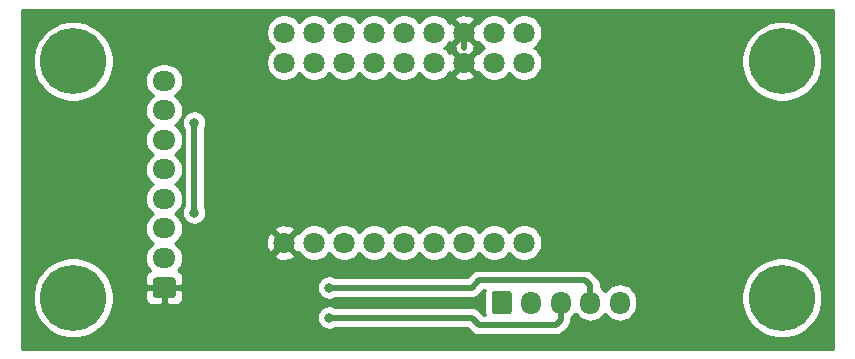
<source format=gbr>
G04 #@! TF.GenerationSoftware,KiCad,Pcbnew,5.1.5-52549c5~84~ubuntu18.04.1*
G04 #@! TF.CreationDate,2020-03-18T13:49:36+01:00*
G04 #@! TF.ProjectId,programmer,70726f67-7261-46d6-9d65-722e6b696361,rev?*
G04 #@! TF.SameCoordinates,Original*
G04 #@! TF.FileFunction,Copper,L2,Bot*
G04 #@! TF.FilePolarity,Positive*
%FSLAX46Y46*%
G04 Gerber Fmt 4.6, Leading zero omitted, Abs format (unit mm)*
G04 Created by KiCad (PCBNEW 5.1.5-52549c5~84~ubuntu18.04.1) date 2020-03-18 13:49:36*
%MOMM*%
%LPD*%
G04 APERTURE LIST*
%ADD10C,1.800000*%
%ADD11C,5.600000*%
%ADD12O,1.700000X1.950000*%
%ADD13C,0.100000*%
%ADD14O,1.950000X1.700000*%
%ADD15C,0.800000*%
%ADD16C,0.500000*%
%ADD17C,0.254000*%
G04 APERTURE END LIST*
D10*
X123190000Y-85090000D03*
X120650000Y-85090000D03*
X118110000Y-85090000D03*
X115570000Y-85090000D03*
X113030000Y-85090000D03*
X110490000Y-85090000D03*
X107950000Y-85090000D03*
X105410000Y-85090000D03*
X102870000Y-85090000D03*
X102870000Y-100330000D03*
X105410000Y-100330000D03*
X107950000Y-100330000D03*
X110490000Y-100330000D03*
X113030000Y-100330000D03*
X115570000Y-100330000D03*
X118110000Y-100330000D03*
X120650000Y-100330000D03*
X123190000Y-100330000D03*
X102870000Y-82550000D03*
X105410000Y-82550000D03*
X107950000Y-82550000D03*
X110490000Y-82550000D03*
X113030000Y-82550000D03*
X115570000Y-82550000D03*
X118110000Y-82550000D03*
X120650000Y-82550000D03*
X123190000Y-82550000D03*
D11*
X145000000Y-105000000D03*
X85000000Y-85000000D03*
X145000000Y-85000000D03*
X85000000Y-105000000D03*
D12*
X131285000Y-105410000D03*
X128785000Y-105410000D03*
X126285000Y-105410000D03*
X123785000Y-105410000D03*
G04 #@! TA.AperFunction,ComponentPad*
D13*
G36*
X121909504Y-104436204D02*
G01*
X121933773Y-104439804D01*
X121957571Y-104445765D01*
X121980671Y-104454030D01*
X122002849Y-104464520D01*
X122023893Y-104477133D01*
X122043598Y-104491747D01*
X122061777Y-104508223D01*
X122078253Y-104526402D01*
X122092867Y-104546107D01*
X122105480Y-104567151D01*
X122115970Y-104589329D01*
X122124235Y-104612429D01*
X122130196Y-104636227D01*
X122133796Y-104660496D01*
X122135000Y-104685000D01*
X122135000Y-106135000D01*
X122133796Y-106159504D01*
X122130196Y-106183773D01*
X122124235Y-106207571D01*
X122115970Y-106230671D01*
X122105480Y-106252849D01*
X122092867Y-106273893D01*
X122078253Y-106293598D01*
X122061777Y-106311777D01*
X122043598Y-106328253D01*
X122023893Y-106342867D01*
X122002849Y-106355480D01*
X121980671Y-106365970D01*
X121957571Y-106374235D01*
X121933773Y-106380196D01*
X121909504Y-106383796D01*
X121885000Y-106385000D01*
X120685000Y-106385000D01*
X120660496Y-106383796D01*
X120636227Y-106380196D01*
X120612429Y-106374235D01*
X120589329Y-106365970D01*
X120567151Y-106355480D01*
X120546107Y-106342867D01*
X120526402Y-106328253D01*
X120508223Y-106311777D01*
X120491747Y-106293598D01*
X120477133Y-106273893D01*
X120464520Y-106252849D01*
X120454030Y-106230671D01*
X120445765Y-106207571D01*
X120439804Y-106183773D01*
X120436204Y-106159504D01*
X120435000Y-106135000D01*
X120435000Y-104685000D01*
X120436204Y-104660496D01*
X120439804Y-104636227D01*
X120445765Y-104612429D01*
X120454030Y-104589329D01*
X120464520Y-104567151D01*
X120477133Y-104546107D01*
X120491747Y-104526402D01*
X120508223Y-104508223D01*
X120526402Y-104491747D01*
X120546107Y-104477133D01*
X120567151Y-104464520D01*
X120589329Y-104454030D01*
X120612429Y-104445765D01*
X120636227Y-104439804D01*
X120660496Y-104436204D01*
X120685000Y-104435000D01*
X121885000Y-104435000D01*
X121909504Y-104436204D01*
G37*
G04 #@! TD.AperFunction*
G04 #@! TA.AperFunction,ComponentPad*
G36*
X93459504Y-103291204D02*
G01*
X93483773Y-103294804D01*
X93507571Y-103300765D01*
X93530671Y-103309030D01*
X93552849Y-103319520D01*
X93573893Y-103332133D01*
X93593598Y-103346747D01*
X93611777Y-103363223D01*
X93628253Y-103381402D01*
X93642867Y-103401107D01*
X93655480Y-103422151D01*
X93665970Y-103444329D01*
X93674235Y-103467429D01*
X93680196Y-103491227D01*
X93683796Y-103515496D01*
X93685000Y-103540000D01*
X93685000Y-104740000D01*
X93683796Y-104764504D01*
X93680196Y-104788773D01*
X93674235Y-104812571D01*
X93665970Y-104835671D01*
X93655480Y-104857849D01*
X93642867Y-104878893D01*
X93628253Y-104898598D01*
X93611777Y-104916777D01*
X93593598Y-104933253D01*
X93573893Y-104947867D01*
X93552849Y-104960480D01*
X93530671Y-104970970D01*
X93507571Y-104979235D01*
X93483773Y-104985196D01*
X93459504Y-104988796D01*
X93435000Y-104990000D01*
X91985000Y-104990000D01*
X91960496Y-104988796D01*
X91936227Y-104985196D01*
X91912429Y-104979235D01*
X91889329Y-104970970D01*
X91867151Y-104960480D01*
X91846107Y-104947867D01*
X91826402Y-104933253D01*
X91808223Y-104916777D01*
X91791747Y-104898598D01*
X91777133Y-104878893D01*
X91764520Y-104857849D01*
X91754030Y-104835671D01*
X91745765Y-104812571D01*
X91739804Y-104788773D01*
X91736204Y-104764504D01*
X91735000Y-104740000D01*
X91735000Y-103540000D01*
X91736204Y-103515496D01*
X91739804Y-103491227D01*
X91745765Y-103467429D01*
X91754030Y-103444329D01*
X91764520Y-103422151D01*
X91777133Y-103401107D01*
X91791747Y-103381402D01*
X91808223Y-103363223D01*
X91826402Y-103346747D01*
X91846107Y-103332133D01*
X91867151Y-103319520D01*
X91889329Y-103309030D01*
X91912429Y-103300765D01*
X91936227Y-103294804D01*
X91960496Y-103291204D01*
X91985000Y-103290000D01*
X93435000Y-103290000D01*
X93459504Y-103291204D01*
G37*
G04 #@! TD.AperFunction*
D14*
X92710000Y-101640000D03*
X92710000Y-99140000D03*
X92710000Y-96640000D03*
X92710000Y-94140000D03*
X92710000Y-91640000D03*
X92710000Y-89140000D03*
X92710000Y-86640000D03*
D15*
X95250000Y-97790000D03*
X95250000Y-90170000D03*
X106680000Y-104140000D03*
X106680000Y-106680000D03*
D16*
X99060000Y-104140000D02*
X102870000Y-100330000D01*
X92710000Y-104140000D02*
X99060000Y-104140000D01*
X118110000Y-82550000D02*
X118110000Y-83820000D01*
X118110000Y-82550000D02*
X118110000Y-83822792D01*
X102872792Y-100327208D02*
X102870000Y-100330000D01*
X95250000Y-97790000D02*
X95250000Y-90170000D01*
X106680000Y-104140000D02*
X118745000Y-104140000D01*
X118745000Y-104140000D02*
X119380000Y-103505000D01*
X128785000Y-103935000D02*
X128785000Y-105410000D01*
X128355000Y-103505000D02*
X128785000Y-103935000D01*
X119380000Y-103505000D02*
X128355000Y-103505000D01*
X106680000Y-106680000D02*
X118745000Y-106680000D01*
X118745000Y-106680000D02*
X119380000Y-107315000D01*
X126285000Y-106885000D02*
X126285000Y-105410000D01*
X125855000Y-107315000D02*
X126285000Y-106885000D01*
X119380000Y-107315000D02*
X125855000Y-107315000D01*
D17*
G36*
X149340001Y-109340000D02*
G01*
X80660000Y-109340000D01*
X80660000Y-104661682D01*
X81565000Y-104661682D01*
X81565000Y-105338318D01*
X81697006Y-106001952D01*
X81955943Y-106627082D01*
X82331862Y-107189685D01*
X82810315Y-107668138D01*
X83372918Y-108044057D01*
X83998048Y-108302994D01*
X84661682Y-108435000D01*
X85338318Y-108435000D01*
X86001952Y-108302994D01*
X86627082Y-108044057D01*
X87189685Y-107668138D01*
X87668138Y-107189685D01*
X88044057Y-106627082D01*
X88302994Y-106001952D01*
X88435000Y-105338318D01*
X88435000Y-104990000D01*
X91096928Y-104990000D01*
X91109188Y-105114482D01*
X91145498Y-105234180D01*
X91204463Y-105344494D01*
X91283815Y-105441185D01*
X91380506Y-105520537D01*
X91490820Y-105579502D01*
X91610518Y-105615812D01*
X91735000Y-105628072D01*
X92424250Y-105625000D01*
X92583000Y-105466250D01*
X92583000Y-104267000D01*
X92837000Y-104267000D01*
X92837000Y-105466250D01*
X92995750Y-105625000D01*
X93685000Y-105628072D01*
X93809482Y-105615812D01*
X93929180Y-105579502D01*
X94039494Y-105520537D01*
X94136185Y-105441185D01*
X94215537Y-105344494D01*
X94274502Y-105234180D01*
X94310812Y-105114482D01*
X94323072Y-104990000D01*
X94320000Y-104425750D01*
X94161250Y-104267000D01*
X92837000Y-104267000D01*
X92583000Y-104267000D01*
X91258750Y-104267000D01*
X91100000Y-104425750D01*
X91096928Y-104990000D01*
X88435000Y-104990000D01*
X88435000Y-104661682D01*
X88310954Y-104038061D01*
X105645000Y-104038061D01*
X105645000Y-104241939D01*
X105684774Y-104441898D01*
X105762795Y-104630256D01*
X105876063Y-104799774D01*
X106020226Y-104943937D01*
X106189744Y-105057205D01*
X106378102Y-105135226D01*
X106578061Y-105175000D01*
X106781939Y-105175000D01*
X106981898Y-105135226D01*
X107170256Y-105057205D01*
X107218454Y-105025000D01*
X118701531Y-105025000D01*
X118745000Y-105029281D01*
X118788469Y-105025000D01*
X118788477Y-105025000D01*
X118918490Y-105012195D01*
X119085313Y-104961589D01*
X119239059Y-104879411D01*
X119373817Y-104768817D01*
X119401534Y-104735044D01*
X119746579Y-104390000D01*
X119850923Y-104390000D01*
X119813992Y-104511746D01*
X119796928Y-104685000D01*
X119796928Y-106135000D01*
X119813992Y-106308254D01*
X119850923Y-106430000D01*
X119746579Y-106430000D01*
X119401534Y-106084956D01*
X119373817Y-106051183D01*
X119239059Y-105940589D01*
X119085313Y-105858411D01*
X118918490Y-105807805D01*
X118788477Y-105795000D01*
X118788469Y-105795000D01*
X118745000Y-105790719D01*
X118701531Y-105795000D01*
X107218454Y-105795000D01*
X107170256Y-105762795D01*
X106981898Y-105684774D01*
X106781939Y-105645000D01*
X106578061Y-105645000D01*
X106378102Y-105684774D01*
X106189744Y-105762795D01*
X106020226Y-105876063D01*
X105876063Y-106020226D01*
X105762795Y-106189744D01*
X105684774Y-106378102D01*
X105645000Y-106578061D01*
X105645000Y-106781939D01*
X105684774Y-106981898D01*
X105762795Y-107170256D01*
X105876063Y-107339774D01*
X106020226Y-107483937D01*
X106189744Y-107597205D01*
X106378102Y-107675226D01*
X106578061Y-107715000D01*
X106781939Y-107715000D01*
X106981898Y-107675226D01*
X107170256Y-107597205D01*
X107218454Y-107565000D01*
X118378422Y-107565000D01*
X118723470Y-107910049D01*
X118751183Y-107943817D01*
X118784951Y-107971530D01*
X118784953Y-107971532D01*
X118885941Y-108054411D01*
X119039686Y-108136589D01*
X119206510Y-108187195D01*
X119336523Y-108200000D01*
X119336531Y-108200000D01*
X119380000Y-108204281D01*
X119423469Y-108200000D01*
X125811531Y-108200000D01*
X125855000Y-108204281D01*
X125898469Y-108200000D01*
X125898477Y-108200000D01*
X126028490Y-108187195D01*
X126195313Y-108136589D01*
X126349059Y-108054411D01*
X126483817Y-107943817D01*
X126511534Y-107910044D01*
X126880045Y-107541533D01*
X126913817Y-107513817D01*
X127024411Y-107379059D01*
X127106589Y-107225313D01*
X127157195Y-107058490D01*
X127170000Y-106928477D01*
X127170000Y-106928469D01*
X127174281Y-106885000D01*
X127170000Y-106841531D01*
X127170000Y-106729759D01*
X127340134Y-106590134D01*
X127525706Y-106364014D01*
X127535000Y-106346626D01*
X127544294Y-106364014D01*
X127729866Y-106590134D01*
X127955987Y-106775706D01*
X128213967Y-106913599D01*
X128493890Y-106998513D01*
X128785000Y-107027185D01*
X129076111Y-106998513D01*
X129356034Y-106913599D01*
X129614014Y-106775706D01*
X129840134Y-106590134D01*
X130025706Y-106364014D01*
X130035000Y-106346626D01*
X130044294Y-106364014D01*
X130229866Y-106590134D01*
X130455987Y-106775706D01*
X130713967Y-106913599D01*
X130993890Y-106998513D01*
X131285000Y-107027185D01*
X131576111Y-106998513D01*
X131856034Y-106913599D01*
X132114014Y-106775706D01*
X132340134Y-106590134D01*
X132525706Y-106364014D01*
X132663599Y-106106033D01*
X132748513Y-105826110D01*
X132770000Y-105607949D01*
X132770000Y-105212050D01*
X132748513Y-104993889D01*
X132663599Y-104713966D01*
X132635653Y-104661682D01*
X141565000Y-104661682D01*
X141565000Y-105338318D01*
X141697006Y-106001952D01*
X141955943Y-106627082D01*
X142331862Y-107189685D01*
X142810315Y-107668138D01*
X143372918Y-108044057D01*
X143998048Y-108302994D01*
X144661682Y-108435000D01*
X145338318Y-108435000D01*
X146001952Y-108302994D01*
X146627082Y-108044057D01*
X147189685Y-107668138D01*
X147668138Y-107189685D01*
X148044057Y-106627082D01*
X148302994Y-106001952D01*
X148435000Y-105338318D01*
X148435000Y-104661682D01*
X148302994Y-103998048D01*
X148044057Y-103372918D01*
X147668138Y-102810315D01*
X147189685Y-102331862D01*
X146627082Y-101955943D01*
X146001952Y-101697006D01*
X145338318Y-101565000D01*
X144661682Y-101565000D01*
X143998048Y-101697006D01*
X143372918Y-101955943D01*
X142810315Y-102331862D01*
X142331862Y-102810315D01*
X141955943Y-103372918D01*
X141697006Y-103998048D01*
X141565000Y-104661682D01*
X132635653Y-104661682D01*
X132525706Y-104455986D01*
X132340134Y-104229866D01*
X132114013Y-104044294D01*
X131856033Y-103906401D01*
X131576110Y-103821487D01*
X131285000Y-103792815D01*
X130993889Y-103821487D01*
X130713966Y-103906401D01*
X130455986Y-104044294D01*
X130229866Y-104229866D01*
X130044294Y-104455987D01*
X130035000Y-104473374D01*
X130025706Y-104455986D01*
X129840134Y-104229866D01*
X129670000Y-104090241D01*
X129670000Y-103978469D01*
X129674281Y-103935000D01*
X129670000Y-103891531D01*
X129670000Y-103891523D01*
X129657195Y-103761510D01*
X129606589Y-103594687D01*
X129524411Y-103440941D01*
X129413817Y-103306183D01*
X129380045Y-103278467D01*
X129011534Y-102909956D01*
X128983817Y-102876183D01*
X128849059Y-102765589D01*
X128695313Y-102683411D01*
X128528490Y-102632805D01*
X128398477Y-102620000D01*
X128398469Y-102620000D01*
X128355000Y-102615719D01*
X128311531Y-102620000D01*
X119423469Y-102620000D01*
X119380000Y-102615719D01*
X119336531Y-102620000D01*
X119336523Y-102620000D01*
X119206510Y-102632805D01*
X119039686Y-102683411D01*
X118885941Y-102765589D01*
X118784953Y-102848468D01*
X118784951Y-102848470D01*
X118751183Y-102876183D01*
X118723470Y-102909951D01*
X118378422Y-103255000D01*
X107218454Y-103255000D01*
X107170256Y-103222795D01*
X106981898Y-103144774D01*
X106781939Y-103105000D01*
X106578061Y-103105000D01*
X106378102Y-103144774D01*
X106189744Y-103222795D01*
X106020226Y-103336063D01*
X105876063Y-103480226D01*
X105762795Y-103649744D01*
X105684774Y-103838102D01*
X105645000Y-104038061D01*
X88310954Y-104038061D01*
X88302994Y-103998048D01*
X88044057Y-103372918D01*
X87668138Y-102810315D01*
X87189685Y-102331862D01*
X86627082Y-101955943D01*
X86001952Y-101697006D01*
X85338318Y-101565000D01*
X84661682Y-101565000D01*
X83998048Y-101697006D01*
X83372918Y-101955943D01*
X82810315Y-102331862D01*
X82331862Y-102810315D01*
X81955943Y-103372918D01*
X81697006Y-103998048D01*
X81565000Y-104661682D01*
X80660000Y-104661682D01*
X80660000Y-84661682D01*
X81565000Y-84661682D01*
X81565000Y-85338318D01*
X81697006Y-86001952D01*
X81955943Y-86627082D01*
X82331862Y-87189685D01*
X82810315Y-87668138D01*
X83372918Y-88044057D01*
X83998048Y-88302994D01*
X84661682Y-88435000D01*
X85338318Y-88435000D01*
X86001952Y-88302994D01*
X86627082Y-88044057D01*
X87189685Y-87668138D01*
X87668138Y-87189685D01*
X88035425Y-86640000D01*
X91092815Y-86640000D01*
X91121487Y-86931111D01*
X91206401Y-87211034D01*
X91344294Y-87469014D01*
X91529866Y-87695134D01*
X91755986Y-87880706D01*
X91773374Y-87890000D01*
X91755986Y-87899294D01*
X91529866Y-88084866D01*
X91344294Y-88310986D01*
X91206401Y-88568966D01*
X91121487Y-88848889D01*
X91092815Y-89140000D01*
X91121487Y-89431111D01*
X91206401Y-89711034D01*
X91344294Y-89969014D01*
X91529866Y-90195134D01*
X91755986Y-90380706D01*
X91773374Y-90390000D01*
X91755986Y-90399294D01*
X91529866Y-90584866D01*
X91344294Y-90810986D01*
X91206401Y-91068966D01*
X91121487Y-91348889D01*
X91092815Y-91640000D01*
X91121487Y-91931111D01*
X91206401Y-92211034D01*
X91344294Y-92469014D01*
X91529866Y-92695134D01*
X91755986Y-92880706D01*
X91773374Y-92890000D01*
X91755986Y-92899294D01*
X91529866Y-93084866D01*
X91344294Y-93310986D01*
X91206401Y-93568966D01*
X91121487Y-93848889D01*
X91092815Y-94140000D01*
X91121487Y-94431111D01*
X91206401Y-94711034D01*
X91344294Y-94969014D01*
X91529866Y-95195134D01*
X91755986Y-95380706D01*
X91773374Y-95390000D01*
X91755986Y-95399294D01*
X91529866Y-95584866D01*
X91344294Y-95810986D01*
X91206401Y-96068966D01*
X91121487Y-96348889D01*
X91092815Y-96640000D01*
X91121487Y-96931111D01*
X91206401Y-97211034D01*
X91344294Y-97469014D01*
X91529866Y-97695134D01*
X91755986Y-97880706D01*
X91773374Y-97890000D01*
X91755986Y-97899294D01*
X91529866Y-98084866D01*
X91344294Y-98310986D01*
X91206401Y-98568966D01*
X91121487Y-98848889D01*
X91092815Y-99140000D01*
X91121487Y-99431111D01*
X91206401Y-99711034D01*
X91344294Y-99969014D01*
X91529866Y-100195134D01*
X91755986Y-100380706D01*
X91773374Y-100390000D01*
X91755986Y-100399294D01*
X91529866Y-100584866D01*
X91344294Y-100810986D01*
X91206401Y-101068966D01*
X91121487Y-101348889D01*
X91092815Y-101640000D01*
X91121487Y-101931111D01*
X91206401Y-102211034D01*
X91344294Y-102469014D01*
X91525608Y-102689945D01*
X91490820Y-102700498D01*
X91380506Y-102759463D01*
X91283815Y-102838815D01*
X91204463Y-102935506D01*
X91145498Y-103045820D01*
X91109188Y-103165518D01*
X91096928Y-103290000D01*
X91100000Y-103854250D01*
X91258750Y-104013000D01*
X92583000Y-104013000D01*
X92583000Y-103993000D01*
X92837000Y-103993000D01*
X92837000Y-104013000D01*
X94161250Y-104013000D01*
X94320000Y-103854250D01*
X94323072Y-103290000D01*
X94310812Y-103165518D01*
X94274502Y-103045820D01*
X94215537Y-102935506D01*
X94136185Y-102838815D01*
X94039494Y-102759463D01*
X93929180Y-102700498D01*
X93894392Y-102689945D01*
X94075706Y-102469014D01*
X94213599Y-102211034D01*
X94298513Y-101931111D01*
X94327185Y-101640000D01*
X94302964Y-101394080D01*
X101985525Y-101394080D01*
X102069208Y-101648261D01*
X102341775Y-101779158D01*
X102634642Y-101854365D01*
X102936553Y-101870991D01*
X103235907Y-101828397D01*
X103521199Y-101728222D01*
X103670792Y-101648261D01*
X103754475Y-101394080D01*
X102870000Y-100509605D01*
X101985525Y-101394080D01*
X94302964Y-101394080D01*
X94298513Y-101348889D01*
X94213599Y-101068966D01*
X94075706Y-100810986D01*
X93890134Y-100584866D01*
X93664014Y-100399294D01*
X93658886Y-100396553D01*
X101329009Y-100396553D01*
X101371603Y-100695907D01*
X101471778Y-100981199D01*
X101551739Y-101130792D01*
X101805920Y-101214475D01*
X102690395Y-100330000D01*
X103049605Y-100330000D01*
X103934080Y-101214475D01*
X104115049Y-101154895D01*
X104217688Y-101308505D01*
X104431495Y-101522312D01*
X104682905Y-101690299D01*
X104962257Y-101806011D01*
X105258816Y-101865000D01*
X105561184Y-101865000D01*
X105857743Y-101806011D01*
X106137095Y-101690299D01*
X106388505Y-101522312D01*
X106602312Y-101308505D01*
X106680000Y-101192237D01*
X106757688Y-101308505D01*
X106971495Y-101522312D01*
X107222905Y-101690299D01*
X107502257Y-101806011D01*
X107798816Y-101865000D01*
X108101184Y-101865000D01*
X108397743Y-101806011D01*
X108677095Y-101690299D01*
X108928505Y-101522312D01*
X109142312Y-101308505D01*
X109220000Y-101192237D01*
X109297688Y-101308505D01*
X109511495Y-101522312D01*
X109762905Y-101690299D01*
X110042257Y-101806011D01*
X110338816Y-101865000D01*
X110641184Y-101865000D01*
X110937743Y-101806011D01*
X111217095Y-101690299D01*
X111468505Y-101522312D01*
X111682312Y-101308505D01*
X111760000Y-101192237D01*
X111837688Y-101308505D01*
X112051495Y-101522312D01*
X112302905Y-101690299D01*
X112582257Y-101806011D01*
X112878816Y-101865000D01*
X113181184Y-101865000D01*
X113477743Y-101806011D01*
X113757095Y-101690299D01*
X114008505Y-101522312D01*
X114222312Y-101308505D01*
X114300000Y-101192237D01*
X114377688Y-101308505D01*
X114591495Y-101522312D01*
X114842905Y-101690299D01*
X115122257Y-101806011D01*
X115418816Y-101865000D01*
X115721184Y-101865000D01*
X116017743Y-101806011D01*
X116297095Y-101690299D01*
X116548505Y-101522312D01*
X116762312Y-101308505D01*
X116840000Y-101192237D01*
X116917688Y-101308505D01*
X117131495Y-101522312D01*
X117382905Y-101690299D01*
X117662257Y-101806011D01*
X117958816Y-101865000D01*
X118261184Y-101865000D01*
X118557743Y-101806011D01*
X118837095Y-101690299D01*
X119088505Y-101522312D01*
X119302312Y-101308505D01*
X119380000Y-101192237D01*
X119457688Y-101308505D01*
X119671495Y-101522312D01*
X119922905Y-101690299D01*
X120202257Y-101806011D01*
X120498816Y-101865000D01*
X120801184Y-101865000D01*
X121097743Y-101806011D01*
X121377095Y-101690299D01*
X121628505Y-101522312D01*
X121842312Y-101308505D01*
X121920000Y-101192237D01*
X121997688Y-101308505D01*
X122211495Y-101522312D01*
X122462905Y-101690299D01*
X122742257Y-101806011D01*
X123038816Y-101865000D01*
X123341184Y-101865000D01*
X123637743Y-101806011D01*
X123917095Y-101690299D01*
X124168505Y-101522312D01*
X124382312Y-101308505D01*
X124550299Y-101057095D01*
X124666011Y-100777743D01*
X124725000Y-100481184D01*
X124725000Y-100178816D01*
X124666011Y-99882257D01*
X124550299Y-99602905D01*
X124382312Y-99351495D01*
X124168505Y-99137688D01*
X123917095Y-98969701D01*
X123637743Y-98853989D01*
X123341184Y-98795000D01*
X123038816Y-98795000D01*
X122742257Y-98853989D01*
X122462905Y-98969701D01*
X122211495Y-99137688D01*
X121997688Y-99351495D01*
X121920000Y-99467763D01*
X121842312Y-99351495D01*
X121628505Y-99137688D01*
X121377095Y-98969701D01*
X121097743Y-98853989D01*
X120801184Y-98795000D01*
X120498816Y-98795000D01*
X120202257Y-98853989D01*
X119922905Y-98969701D01*
X119671495Y-99137688D01*
X119457688Y-99351495D01*
X119380000Y-99467763D01*
X119302312Y-99351495D01*
X119088505Y-99137688D01*
X118837095Y-98969701D01*
X118557743Y-98853989D01*
X118261184Y-98795000D01*
X117958816Y-98795000D01*
X117662257Y-98853989D01*
X117382905Y-98969701D01*
X117131495Y-99137688D01*
X116917688Y-99351495D01*
X116840000Y-99467763D01*
X116762312Y-99351495D01*
X116548505Y-99137688D01*
X116297095Y-98969701D01*
X116017743Y-98853989D01*
X115721184Y-98795000D01*
X115418816Y-98795000D01*
X115122257Y-98853989D01*
X114842905Y-98969701D01*
X114591495Y-99137688D01*
X114377688Y-99351495D01*
X114300000Y-99467763D01*
X114222312Y-99351495D01*
X114008505Y-99137688D01*
X113757095Y-98969701D01*
X113477743Y-98853989D01*
X113181184Y-98795000D01*
X112878816Y-98795000D01*
X112582257Y-98853989D01*
X112302905Y-98969701D01*
X112051495Y-99137688D01*
X111837688Y-99351495D01*
X111760000Y-99467763D01*
X111682312Y-99351495D01*
X111468505Y-99137688D01*
X111217095Y-98969701D01*
X110937743Y-98853989D01*
X110641184Y-98795000D01*
X110338816Y-98795000D01*
X110042257Y-98853989D01*
X109762905Y-98969701D01*
X109511495Y-99137688D01*
X109297688Y-99351495D01*
X109220000Y-99467763D01*
X109142312Y-99351495D01*
X108928505Y-99137688D01*
X108677095Y-98969701D01*
X108397743Y-98853989D01*
X108101184Y-98795000D01*
X107798816Y-98795000D01*
X107502257Y-98853989D01*
X107222905Y-98969701D01*
X106971495Y-99137688D01*
X106757688Y-99351495D01*
X106680000Y-99467763D01*
X106602312Y-99351495D01*
X106388505Y-99137688D01*
X106137095Y-98969701D01*
X105857743Y-98853989D01*
X105561184Y-98795000D01*
X105258816Y-98795000D01*
X104962257Y-98853989D01*
X104682905Y-98969701D01*
X104431495Y-99137688D01*
X104217688Y-99351495D01*
X104115049Y-99505105D01*
X103934080Y-99445525D01*
X103049605Y-100330000D01*
X102690395Y-100330000D01*
X101805920Y-99445525D01*
X101551739Y-99529208D01*
X101420842Y-99801775D01*
X101345635Y-100094642D01*
X101329009Y-100396553D01*
X93658886Y-100396553D01*
X93646626Y-100390000D01*
X93664014Y-100380706D01*
X93890134Y-100195134D01*
X94075706Y-99969014D01*
X94213599Y-99711034D01*
X94298513Y-99431111D01*
X94314782Y-99265920D01*
X101985525Y-99265920D01*
X102870000Y-100150395D01*
X103754475Y-99265920D01*
X103670792Y-99011739D01*
X103398225Y-98880842D01*
X103105358Y-98805635D01*
X102803447Y-98789009D01*
X102504093Y-98831603D01*
X102218801Y-98931778D01*
X102069208Y-99011739D01*
X101985525Y-99265920D01*
X94314782Y-99265920D01*
X94327185Y-99140000D01*
X94298513Y-98848889D01*
X94213599Y-98568966D01*
X94075706Y-98310986D01*
X93890134Y-98084866D01*
X93664014Y-97899294D01*
X93646626Y-97890000D01*
X93664014Y-97880706D01*
X93890134Y-97695134D01*
X94075706Y-97469014D01*
X94213599Y-97211034D01*
X94298513Y-96931111D01*
X94327185Y-96640000D01*
X94298513Y-96348889D01*
X94213599Y-96068966D01*
X94075706Y-95810986D01*
X93890134Y-95584866D01*
X93664014Y-95399294D01*
X93646626Y-95390000D01*
X93664014Y-95380706D01*
X93890134Y-95195134D01*
X94075706Y-94969014D01*
X94213599Y-94711034D01*
X94298513Y-94431111D01*
X94327185Y-94140000D01*
X94298513Y-93848889D01*
X94213599Y-93568966D01*
X94075706Y-93310986D01*
X93890134Y-93084866D01*
X93664014Y-92899294D01*
X93646626Y-92890000D01*
X93664014Y-92880706D01*
X93890134Y-92695134D01*
X94075706Y-92469014D01*
X94213599Y-92211034D01*
X94298513Y-91931111D01*
X94327185Y-91640000D01*
X94298513Y-91348889D01*
X94213599Y-91068966D01*
X94075706Y-90810986D01*
X93890134Y-90584866D01*
X93664014Y-90399294D01*
X93646626Y-90390000D01*
X93664014Y-90380706D01*
X93890134Y-90195134D01*
X93994420Y-90068061D01*
X94215000Y-90068061D01*
X94215000Y-90271939D01*
X94254774Y-90471898D01*
X94332795Y-90660256D01*
X94365001Y-90708456D01*
X94365000Y-97251546D01*
X94332795Y-97299744D01*
X94254774Y-97488102D01*
X94215000Y-97688061D01*
X94215000Y-97891939D01*
X94254774Y-98091898D01*
X94332795Y-98280256D01*
X94446063Y-98449774D01*
X94590226Y-98593937D01*
X94759744Y-98707205D01*
X94948102Y-98785226D01*
X95148061Y-98825000D01*
X95351939Y-98825000D01*
X95551898Y-98785226D01*
X95740256Y-98707205D01*
X95909774Y-98593937D01*
X96053937Y-98449774D01*
X96167205Y-98280256D01*
X96245226Y-98091898D01*
X96285000Y-97891939D01*
X96285000Y-97688061D01*
X96245226Y-97488102D01*
X96167205Y-97299744D01*
X96135000Y-97251546D01*
X96135000Y-90708454D01*
X96167205Y-90660256D01*
X96245226Y-90471898D01*
X96285000Y-90271939D01*
X96285000Y-90068061D01*
X96245226Y-89868102D01*
X96167205Y-89679744D01*
X96053937Y-89510226D01*
X95909774Y-89366063D01*
X95740256Y-89252795D01*
X95551898Y-89174774D01*
X95351939Y-89135000D01*
X95148061Y-89135000D01*
X94948102Y-89174774D01*
X94759744Y-89252795D01*
X94590226Y-89366063D01*
X94446063Y-89510226D01*
X94332795Y-89679744D01*
X94254774Y-89868102D01*
X94215000Y-90068061D01*
X93994420Y-90068061D01*
X94075706Y-89969014D01*
X94213599Y-89711034D01*
X94298513Y-89431111D01*
X94327185Y-89140000D01*
X94298513Y-88848889D01*
X94213599Y-88568966D01*
X94075706Y-88310986D01*
X93890134Y-88084866D01*
X93664014Y-87899294D01*
X93646626Y-87890000D01*
X93664014Y-87880706D01*
X93890134Y-87695134D01*
X94075706Y-87469014D01*
X94213599Y-87211034D01*
X94298513Y-86931111D01*
X94327185Y-86640000D01*
X94298513Y-86348889D01*
X94213599Y-86068966D01*
X94075706Y-85810986D01*
X93890134Y-85584866D01*
X93664014Y-85399294D01*
X93406034Y-85261401D01*
X93126111Y-85176487D01*
X92907950Y-85155000D01*
X92512050Y-85155000D01*
X92293889Y-85176487D01*
X92013966Y-85261401D01*
X91755986Y-85399294D01*
X91529866Y-85584866D01*
X91344294Y-85810986D01*
X91206401Y-86068966D01*
X91121487Y-86348889D01*
X91092815Y-86640000D01*
X88035425Y-86640000D01*
X88044057Y-86627082D01*
X88302994Y-86001952D01*
X88435000Y-85338318D01*
X88435000Y-84661682D01*
X88302994Y-83998048D01*
X88044057Y-83372918D01*
X87668138Y-82810315D01*
X87256639Y-82398816D01*
X101335000Y-82398816D01*
X101335000Y-82701184D01*
X101393989Y-82997743D01*
X101509701Y-83277095D01*
X101677688Y-83528505D01*
X101891495Y-83742312D01*
X102007763Y-83820000D01*
X101891495Y-83897688D01*
X101677688Y-84111495D01*
X101509701Y-84362905D01*
X101393989Y-84642257D01*
X101335000Y-84938816D01*
X101335000Y-85241184D01*
X101393989Y-85537743D01*
X101509701Y-85817095D01*
X101677688Y-86068505D01*
X101891495Y-86282312D01*
X102142905Y-86450299D01*
X102422257Y-86566011D01*
X102718816Y-86625000D01*
X103021184Y-86625000D01*
X103317743Y-86566011D01*
X103597095Y-86450299D01*
X103848505Y-86282312D01*
X104062312Y-86068505D01*
X104140000Y-85952237D01*
X104217688Y-86068505D01*
X104431495Y-86282312D01*
X104682905Y-86450299D01*
X104962257Y-86566011D01*
X105258816Y-86625000D01*
X105561184Y-86625000D01*
X105857743Y-86566011D01*
X106137095Y-86450299D01*
X106388505Y-86282312D01*
X106602312Y-86068505D01*
X106680000Y-85952237D01*
X106757688Y-86068505D01*
X106971495Y-86282312D01*
X107222905Y-86450299D01*
X107502257Y-86566011D01*
X107798816Y-86625000D01*
X108101184Y-86625000D01*
X108397743Y-86566011D01*
X108677095Y-86450299D01*
X108928505Y-86282312D01*
X109142312Y-86068505D01*
X109220000Y-85952237D01*
X109297688Y-86068505D01*
X109511495Y-86282312D01*
X109762905Y-86450299D01*
X110042257Y-86566011D01*
X110338816Y-86625000D01*
X110641184Y-86625000D01*
X110937743Y-86566011D01*
X111217095Y-86450299D01*
X111468505Y-86282312D01*
X111682312Y-86068505D01*
X111760000Y-85952237D01*
X111837688Y-86068505D01*
X112051495Y-86282312D01*
X112302905Y-86450299D01*
X112582257Y-86566011D01*
X112878816Y-86625000D01*
X113181184Y-86625000D01*
X113477743Y-86566011D01*
X113757095Y-86450299D01*
X114008505Y-86282312D01*
X114222312Y-86068505D01*
X114300000Y-85952237D01*
X114377688Y-86068505D01*
X114591495Y-86282312D01*
X114842905Y-86450299D01*
X115122257Y-86566011D01*
X115418816Y-86625000D01*
X115721184Y-86625000D01*
X116017743Y-86566011D01*
X116297095Y-86450299D01*
X116548505Y-86282312D01*
X116676737Y-86154080D01*
X117225525Y-86154080D01*
X117309208Y-86408261D01*
X117581775Y-86539158D01*
X117874642Y-86614365D01*
X118176553Y-86630991D01*
X118475907Y-86588397D01*
X118761199Y-86488222D01*
X118910792Y-86408261D01*
X118994475Y-86154080D01*
X118110000Y-85269605D01*
X117225525Y-86154080D01*
X116676737Y-86154080D01*
X116762312Y-86068505D01*
X116864951Y-85914895D01*
X117045920Y-85974475D01*
X117930395Y-85090000D01*
X117045920Y-84205525D01*
X116864951Y-84265105D01*
X116762312Y-84111495D01*
X116548505Y-83897688D01*
X116432237Y-83820000D01*
X116548505Y-83742312D01*
X116676737Y-83614080D01*
X117225525Y-83614080D01*
X117293319Y-83820000D01*
X117225525Y-84025920D01*
X118110000Y-84910395D01*
X118994475Y-84025920D01*
X118926681Y-83820000D01*
X118994475Y-83614080D01*
X118110000Y-82729605D01*
X117225525Y-83614080D01*
X116676737Y-83614080D01*
X116762312Y-83528505D01*
X116864951Y-83374895D01*
X117045920Y-83434475D01*
X117930395Y-82550000D01*
X118289605Y-82550000D01*
X119174080Y-83434475D01*
X119355049Y-83374895D01*
X119457688Y-83528505D01*
X119671495Y-83742312D01*
X119787763Y-83820000D01*
X119671495Y-83897688D01*
X119457688Y-84111495D01*
X119355049Y-84265105D01*
X119174080Y-84205525D01*
X118289605Y-85090000D01*
X119174080Y-85974475D01*
X119355049Y-85914895D01*
X119457688Y-86068505D01*
X119671495Y-86282312D01*
X119922905Y-86450299D01*
X120202257Y-86566011D01*
X120498816Y-86625000D01*
X120801184Y-86625000D01*
X121097743Y-86566011D01*
X121377095Y-86450299D01*
X121628505Y-86282312D01*
X121842312Y-86068505D01*
X121920000Y-85952237D01*
X121997688Y-86068505D01*
X122211495Y-86282312D01*
X122462905Y-86450299D01*
X122742257Y-86566011D01*
X123038816Y-86625000D01*
X123341184Y-86625000D01*
X123637743Y-86566011D01*
X123917095Y-86450299D01*
X124168505Y-86282312D01*
X124382312Y-86068505D01*
X124550299Y-85817095D01*
X124666011Y-85537743D01*
X124725000Y-85241184D01*
X124725000Y-84938816D01*
X124669875Y-84661682D01*
X141565000Y-84661682D01*
X141565000Y-85338318D01*
X141697006Y-86001952D01*
X141955943Y-86627082D01*
X142331862Y-87189685D01*
X142810315Y-87668138D01*
X143372918Y-88044057D01*
X143998048Y-88302994D01*
X144661682Y-88435000D01*
X145338318Y-88435000D01*
X146001952Y-88302994D01*
X146627082Y-88044057D01*
X147189685Y-87668138D01*
X147668138Y-87189685D01*
X148044057Y-86627082D01*
X148302994Y-86001952D01*
X148435000Y-85338318D01*
X148435000Y-84661682D01*
X148302994Y-83998048D01*
X148044057Y-83372918D01*
X147668138Y-82810315D01*
X147189685Y-82331862D01*
X146627082Y-81955943D01*
X146001952Y-81697006D01*
X145338318Y-81565000D01*
X144661682Y-81565000D01*
X143998048Y-81697006D01*
X143372918Y-81955943D01*
X142810315Y-82331862D01*
X142331862Y-82810315D01*
X141955943Y-83372918D01*
X141697006Y-83998048D01*
X141565000Y-84661682D01*
X124669875Y-84661682D01*
X124666011Y-84642257D01*
X124550299Y-84362905D01*
X124382312Y-84111495D01*
X124168505Y-83897688D01*
X124052237Y-83820000D01*
X124168505Y-83742312D01*
X124382312Y-83528505D01*
X124550299Y-83277095D01*
X124666011Y-82997743D01*
X124725000Y-82701184D01*
X124725000Y-82398816D01*
X124666011Y-82102257D01*
X124550299Y-81822905D01*
X124382312Y-81571495D01*
X124168505Y-81357688D01*
X123917095Y-81189701D01*
X123637743Y-81073989D01*
X123341184Y-81015000D01*
X123038816Y-81015000D01*
X122742257Y-81073989D01*
X122462905Y-81189701D01*
X122211495Y-81357688D01*
X121997688Y-81571495D01*
X121920000Y-81687763D01*
X121842312Y-81571495D01*
X121628505Y-81357688D01*
X121377095Y-81189701D01*
X121097743Y-81073989D01*
X120801184Y-81015000D01*
X120498816Y-81015000D01*
X120202257Y-81073989D01*
X119922905Y-81189701D01*
X119671495Y-81357688D01*
X119457688Y-81571495D01*
X119355049Y-81725105D01*
X119174080Y-81665525D01*
X118289605Y-82550000D01*
X117930395Y-82550000D01*
X117045920Y-81665525D01*
X116864951Y-81725105D01*
X116762312Y-81571495D01*
X116676737Y-81485920D01*
X117225525Y-81485920D01*
X118110000Y-82370395D01*
X118994475Y-81485920D01*
X118910792Y-81231739D01*
X118638225Y-81100842D01*
X118345358Y-81025635D01*
X118043447Y-81009009D01*
X117744093Y-81051603D01*
X117458801Y-81151778D01*
X117309208Y-81231739D01*
X117225525Y-81485920D01*
X116676737Y-81485920D01*
X116548505Y-81357688D01*
X116297095Y-81189701D01*
X116017743Y-81073989D01*
X115721184Y-81015000D01*
X115418816Y-81015000D01*
X115122257Y-81073989D01*
X114842905Y-81189701D01*
X114591495Y-81357688D01*
X114377688Y-81571495D01*
X114300000Y-81687763D01*
X114222312Y-81571495D01*
X114008505Y-81357688D01*
X113757095Y-81189701D01*
X113477743Y-81073989D01*
X113181184Y-81015000D01*
X112878816Y-81015000D01*
X112582257Y-81073989D01*
X112302905Y-81189701D01*
X112051495Y-81357688D01*
X111837688Y-81571495D01*
X111760000Y-81687763D01*
X111682312Y-81571495D01*
X111468505Y-81357688D01*
X111217095Y-81189701D01*
X110937743Y-81073989D01*
X110641184Y-81015000D01*
X110338816Y-81015000D01*
X110042257Y-81073989D01*
X109762905Y-81189701D01*
X109511495Y-81357688D01*
X109297688Y-81571495D01*
X109220000Y-81687763D01*
X109142312Y-81571495D01*
X108928505Y-81357688D01*
X108677095Y-81189701D01*
X108397743Y-81073989D01*
X108101184Y-81015000D01*
X107798816Y-81015000D01*
X107502257Y-81073989D01*
X107222905Y-81189701D01*
X106971495Y-81357688D01*
X106757688Y-81571495D01*
X106680000Y-81687763D01*
X106602312Y-81571495D01*
X106388505Y-81357688D01*
X106137095Y-81189701D01*
X105857743Y-81073989D01*
X105561184Y-81015000D01*
X105258816Y-81015000D01*
X104962257Y-81073989D01*
X104682905Y-81189701D01*
X104431495Y-81357688D01*
X104217688Y-81571495D01*
X104140000Y-81687763D01*
X104062312Y-81571495D01*
X103848505Y-81357688D01*
X103597095Y-81189701D01*
X103317743Y-81073989D01*
X103021184Y-81015000D01*
X102718816Y-81015000D01*
X102422257Y-81073989D01*
X102142905Y-81189701D01*
X101891495Y-81357688D01*
X101677688Y-81571495D01*
X101509701Y-81822905D01*
X101393989Y-82102257D01*
X101335000Y-82398816D01*
X87256639Y-82398816D01*
X87189685Y-82331862D01*
X86627082Y-81955943D01*
X86001952Y-81697006D01*
X85338318Y-81565000D01*
X84661682Y-81565000D01*
X83998048Y-81697006D01*
X83372918Y-81955943D01*
X82810315Y-82331862D01*
X82331862Y-82810315D01*
X81955943Y-83372918D01*
X81697006Y-83998048D01*
X81565000Y-84661682D01*
X80660000Y-84661682D01*
X80660000Y-80660000D01*
X149340000Y-80660000D01*
X149340001Y-109340000D01*
G37*
X149340001Y-109340000D02*
X80660000Y-109340000D01*
X80660000Y-104661682D01*
X81565000Y-104661682D01*
X81565000Y-105338318D01*
X81697006Y-106001952D01*
X81955943Y-106627082D01*
X82331862Y-107189685D01*
X82810315Y-107668138D01*
X83372918Y-108044057D01*
X83998048Y-108302994D01*
X84661682Y-108435000D01*
X85338318Y-108435000D01*
X86001952Y-108302994D01*
X86627082Y-108044057D01*
X87189685Y-107668138D01*
X87668138Y-107189685D01*
X88044057Y-106627082D01*
X88302994Y-106001952D01*
X88435000Y-105338318D01*
X88435000Y-104990000D01*
X91096928Y-104990000D01*
X91109188Y-105114482D01*
X91145498Y-105234180D01*
X91204463Y-105344494D01*
X91283815Y-105441185D01*
X91380506Y-105520537D01*
X91490820Y-105579502D01*
X91610518Y-105615812D01*
X91735000Y-105628072D01*
X92424250Y-105625000D01*
X92583000Y-105466250D01*
X92583000Y-104267000D01*
X92837000Y-104267000D01*
X92837000Y-105466250D01*
X92995750Y-105625000D01*
X93685000Y-105628072D01*
X93809482Y-105615812D01*
X93929180Y-105579502D01*
X94039494Y-105520537D01*
X94136185Y-105441185D01*
X94215537Y-105344494D01*
X94274502Y-105234180D01*
X94310812Y-105114482D01*
X94323072Y-104990000D01*
X94320000Y-104425750D01*
X94161250Y-104267000D01*
X92837000Y-104267000D01*
X92583000Y-104267000D01*
X91258750Y-104267000D01*
X91100000Y-104425750D01*
X91096928Y-104990000D01*
X88435000Y-104990000D01*
X88435000Y-104661682D01*
X88310954Y-104038061D01*
X105645000Y-104038061D01*
X105645000Y-104241939D01*
X105684774Y-104441898D01*
X105762795Y-104630256D01*
X105876063Y-104799774D01*
X106020226Y-104943937D01*
X106189744Y-105057205D01*
X106378102Y-105135226D01*
X106578061Y-105175000D01*
X106781939Y-105175000D01*
X106981898Y-105135226D01*
X107170256Y-105057205D01*
X107218454Y-105025000D01*
X118701531Y-105025000D01*
X118745000Y-105029281D01*
X118788469Y-105025000D01*
X118788477Y-105025000D01*
X118918490Y-105012195D01*
X119085313Y-104961589D01*
X119239059Y-104879411D01*
X119373817Y-104768817D01*
X119401534Y-104735044D01*
X119746579Y-104390000D01*
X119850923Y-104390000D01*
X119813992Y-104511746D01*
X119796928Y-104685000D01*
X119796928Y-106135000D01*
X119813992Y-106308254D01*
X119850923Y-106430000D01*
X119746579Y-106430000D01*
X119401534Y-106084956D01*
X119373817Y-106051183D01*
X119239059Y-105940589D01*
X119085313Y-105858411D01*
X118918490Y-105807805D01*
X118788477Y-105795000D01*
X118788469Y-105795000D01*
X118745000Y-105790719D01*
X118701531Y-105795000D01*
X107218454Y-105795000D01*
X107170256Y-105762795D01*
X106981898Y-105684774D01*
X106781939Y-105645000D01*
X106578061Y-105645000D01*
X106378102Y-105684774D01*
X106189744Y-105762795D01*
X106020226Y-105876063D01*
X105876063Y-106020226D01*
X105762795Y-106189744D01*
X105684774Y-106378102D01*
X105645000Y-106578061D01*
X105645000Y-106781939D01*
X105684774Y-106981898D01*
X105762795Y-107170256D01*
X105876063Y-107339774D01*
X106020226Y-107483937D01*
X106189744Y-107597205D01*
X106378102Y-107675226D01*
X106578061Y-107715000D01*
X106781939Y-107715000D01*
X106981898Y-107675226D01*
X107170256Y-107597205D01*
X107218454Y-107565000D01*
X118378422Y-107565000D01*
X118723470Y-107910049D01*
X118751183Y-107943817D01*
X118784951Y-107971530D01*
X118784953Y-107971532D01*
X118885941Y-108054411D01*
X119039686Y-108136589D01*
X119206510Y-108187195D01*
X119336523Y-108200000D01*
X119336531Y-108200000D01*
X119380000Y-108204281D01*
X119423469Y-108200000D01*
X125811531Y-108200000D01*
X125855000Y-108204281D01*
X125898469Y-108200000D01*
X125898477Y-108200000D01*
X126028490Y-108187195D01*
X126195313Y-108136589D01*
X126349059Y-108054411D01*
X126483817Y-107943817D01*
X126511534Y-107910044D01*
X126880045Y-107541533D01*
X126913817Y-107513817D01*
X127024411Y-107379059D01*
X127106589Y-107225313D01*
X127157195Y-107058490D01*
X127170000Y-106928477D01*
X127170000Y-106928469D01*
X127174281Y-106885000D01*
X127170000Y-106841531D01*
X127170000Y-106729759D01*
X127340134Y-106590134D01*
X127525706Y-106364014D01*
X127535000Y-106346626D01*
X127544294Y-106364014D01*
X127729866Y-106590134D01*
X127955987Y-106775706D01*
X128213967Y-106913599D01*
X128493890Y-106998513D01*
X128785000Y-107027185D01*
X129076111Y-106998513D01*
X129356034Y-106913599D01*
X129614014Y-106775706D01*
X129840134Y-106590134D01*
X130025706Y-106364014D01*
X130035000Y-106346626D01*
X130044294Y-106364014D01*
X130229866Y-106590134D01*
X130455987Y-106775706D01*
X130713967Y-106913599D01*
X130993890Y-106998513D01*
X131285000Y-107027185D01*
X131576111Y-106998513D01*
X131856034Y-106913599D01*
X132114014Y-106775706D01*
X132340134Y-106590134D01*
X132525706Y-106364014D01*
X132663599Y-106106033D01*
X132748513Y-105826110D01*
X132770000Y-105607949D01*
X132770000Y-105212050D01*
X132748513Y-104993889D01*
X132663599Y-104713966D01*
X132635653Y-104661682D01*
X141565000Y-104661682D01*
X141565000Y-105338318D01*
X141697006Y-106001952D01*
X141955943Y-106627082D01*
X142331862Y-107189685D01*
X142810315Y-107668138D01*
X143372918Y-108044057D01*
X143998048Y-108302994D01*
X144661682Y-108435000D01*
X145338318Y-108435000D01*
X146001952Y-108302994D01*
X146627082Y-108044057D01*
X147189685Y-107668138D01*
X147668138Y-107189685D01*
X148044057Y-106627082D01*
X148302994Y-106001952D01*
X148435000Y-105338318D01*
X148435000Y-104661682D01*
X148302994Y-103998048D01*
X148044057Y-103372918D01*
X147668138Y-102810315D01*
X147189685Y-102331862D01*
X146627082Y-101955943D01*
X146001952Y-101697006D01*
X145338318Y-101565000D01*
X144661682Y-101565000D01*
X143998048Y-101697006D01*
X143372918Y-101955943D01*
X142810315Y-102331862D01*
X142331862Y-102810315D01*
X141955943Y-103372918D01*
X141697006Y-103998048D01*
X141565000Y-104661682D01*
X132635653Y-104661682D01*
X132525706Y-104455986D01*
X132340134Y-104229866D01*
X132114013Y-104044294D01*
X131856033Y-103906401D01*
X131576110Y-103821487D01*
X131285000Y-103792815D01*
X130993889Y-103821487D01*
X130713966Y-103906401D01*
X130455986Y-104044294D01*
X130229866Y-104229866D01*
X130044294Y-104455987D01*
X130035000Y-104473374D01*
X130025706Y-104455986D01*
X129840134Y-104229866D01*
X129670000Y-104090241D01*
X129670000Y-103978469D01*
X129674281Y-103935000D01*
X129670000Y-103891531D01*
X129670000Y-103891523D01*
X129657195Y-103761510D01*
X129606589Y-103594687D01*
X129524411Y-103440941D01*
X129413817Y-103306183D01*
X129380045Y-103278467D01*
X129011534Y-102909956D01*
X128983817Y-102876183D01*
X128849059Y-102765589D01*
X128695313Y-102683411D01*
X128528490Y-102632805D01*
X128398477Y-102620000D01*
X128398469Y-102620000D01*
X128355000Y-102615719D01*
X128311531Y-102620000D01*
X119423469Y-102620000D01*
X119380000Y-102615719D01*
X119336531Y-102620000D01*
X119336523Y-102620000D01*
X119206510Y-102632805D01*
X119039686Y-102683411D01*
X118885941Y-102765589D01*
X118784953Y-102848468D01*
X118784951Y-102848470D01*
X118751183Y-102876183D01*
X118723470Y-102909951D01*
X118378422Y-103255000D01*
X107218454Y-103255000D01*
X107170256Y-103222795D01*
X106981898Y-103144774D01*
X106781939Y-103105000D01*
X106578061Y-103105000D01*
X106378102Y-103144774D01*
X106189744Y-103222795D01*
X106020226Y-103336063D01*
X105876063Y-103480226D01*
X105762795Y-103649744D01*
X105684774Y-103838102D01*
X105645000Y-104038061D01*
X88310954Y-104038061D01*
X88302994Y-103998048D01*
X88044057Y-103372918D01*
X87668138Y-102810315D01*
X87189685Y-102331862D01*
X86627082Y-101955943D01*
X86001952Y-101697006D01*
X85338318Y-101565000D01*
X84661682Y-101565000D01*
X83998048Y-101697006D01*
X83372918Y-101955943D01*
X82810315Y-102331862D01*
X82331862Y-102810315D01*
X81955943Y-103372918D01*
X81697006Y-103998048D01*
X81565000Y-104661682D01*
X80660000Y-104661682D01*
X80660000Y-84661682D01*
X81565000Y-84661682D01*
X81565000Y-85338318D01*
X81697006Y-86001952D01*
X81955943Y-86627082D01*
X82331862Y-87189685D01*
X82810315Y-87668138D01*
X83372918Y-88044057D01*
X83998048Y-88302994D01*
X84661682Y-88435000D01*
X85338318Y-88435000D01*
X86001952Y-88302994D01*
X86627082Y-88044057D01*
X87189685Y-87668138D01*
X87668138Y-87189685D01*
X88035425Y-86640000D01*
X91092815Y-86640000D01*
X91121487Y-86931111D01*
X91206401Y-87211034D01*
X91344294Y-87469014D01*
X91529866Y-87695134D01*
X91755986Y-87880706D01*
X91773374Y-87890000D01*
X91755986Y-87899294D01*
X91529866Y-88084866D01*
X91344294Y-88310986D01*
X91206401Y-88568966D01*
X91121487Y-88848889D01*
X91092815Y-89140000D01*
X91121487Y-89431111D01*
X91206401Y-89711034D01*
X91344294Y-89969014D01*
X91529866Y-90195134D01*
X91755986Y-90380706D01*
X91773374Y-90390000D01*
X91755986Y-90399294D01*
X91529866Y-90584866D01*
X91344294Y-90810986D01*
X91206401Y-91068966D01*
X91121487Y-91348889D01*
X91092815Y-91640000D01*
X91121487Y-91931111D01*
X91206401Y-92211034D01*
X91344294Y-92469014D01*
X91529866Y-92695134D01*
X91755986Y-92880706D01*
X91773374Y-92890000D01*
X91755986Y-92899294D01*
X91529866Y-93084866D01*
X91344294Y-93310986D01*
X91206401Y-93568966D01*
X91121487Y-93848889D01*
X91092815Y-94140000D01*
X91121487Y-94431111D01*
X91206401Y-94711034D01*
X91344294Y-94969014D01*
X91529866Y-95195134D01*
X91755986Y-95380706D01*
X91773374Y-95390000D01*
X91755986Y-95399294D01*
X91529866Y-95584866D01*
X91344294Y-95810986D01*
X91206401Y-96068966D01*
X91121487Y-96348889D01*
X91092815Y-96640000D01*
X91121487Y-96931111D01*
X91206401Y-97211034D01*
X91344294Y-97469014D01*
X91529866Y-97695134D01*
X91755986Y-97880706D01*
X91773374Y-97890000D01*
X91755986Y-97899294D01*
X91529866Y-98084866D01*
X91344294Y-98310986D01*
X91206401Y-98568966D01*
X91121487Y-98848889D01*
X91092815Y-99140000D01*
X91121487Y-99431111D01*
X91206401Y-99711034D01*
X91344294Y-99969014D01*
X91529866Y-100195134D01*
X91755986Y-100380706D01*
X91773374Y-100390000D01*
X91755986Y-100399294D01*
X91529866Y-100584866D01*
X91344294Y-100810986D01*
X91206401Y-101068966D01*
X91121487Y-101348889D01*
X91092815Y-101640000D01*
X91121487Y-101931111D01*
X91206401Y-102211034D01*
X91344294Y-102469014D01*
X91525608Y-102689945D01*
X91490820Y-102700498D01*
X91380506Y-102759463D01*
X91283815Y-102838815D01*
X91204463Y-102935506D01*
X91145498Y-103045820D01*
X91109188Y-103165518D01*
X91096928Y-103290000D01*
X91100000Y-103854250D01*
X91258750Y-104013000D01*
X92583000Y-104013000D01*
X92583000Y-103993000D01*
X92837000Y-103993000D01*
X92837000Y-104013000D01*
X94161250Y-104013000D01*
X94320000Y-103854250D01*
X94323072Y-103290000D01*
X94310812Y-103165518D01*
X94274502Y-103045820D01*
X94215537Y-102935506D01*
X94136185Y-102838815D01*
X94039494Y-102759463D01*
X93929180Y-102700498D01*
X93894392Y-102689945D01*
X94075706Y-102469014D01*
X94213599Y-102211034D01*
X94298513Y-101931111D01*
X94327185Y-101640000D01*
X94302964Y-101394080D01*
X101985525Y-101394080D01*
X102069208Y-101648261D01*
X102341775Y-101779158D01*
X102634642Y-101854365D01*
X102936553Y-101870991D01*
X103235907Y-101828397D01*
X103521199Y-101728222D01*
X103670792Y-101648261D01*
X103754475Y-101394080D01*
X102870000Y-100509605D01*
X101985525Y-101394080D01*
X94302964Y-101394080D01*
X94298513Y-101348889D01*
X94213599Y-101068966D01*
X94075706Y-100810986D01*
X93890134Y-100584866D01*
X93664014Y-100399294D01*
X93658886Y-100396553D01*
X101329009Y-100396553D01*
X101371603Y-100695907D01*
X101471778Y-100981199D01*
X101551739Y-101130792D01*
X101805920Y-101214475D01*
X102690395Y-100330000D01*
X103049605Y-100330000D01*
X103934080Y-101214475D01*
X104115049Y-101154895D01*
X104217688Y-101308505D01*
X104431495Y-101522312D01*
X104682905Y-101690299D01*
X104962257Y-101806011D01*
X105258816Y-101865000D01*
X105561184Y-101865000D01*
X105857743Y-101806011D01*
X106137095Y-101690299D01*
X106388505Y-101522312D01*
X106602312Y-101308505D01*
X106680000Y-101192237D01*
X106757688Y-101308505D01*
X106971495Y-101522312D01*
X107222905Y-101690299D01*
X107502257Y-101806011D01*
X107798816Y-101865000D01*
X108101184Y-101865000D01*
X108397743Y-101806011D01*
X108677095Y-101690299D01*
X108928505Y-101522312D01*
X109142312Y-101308505D01*
X109220000Y-101192237D01*
X109297688Y-101308505D01*
X109511495Y-101522312D01*
X109762905Y-101690299D01*
X110042257Y-101806011D01*
X110338816Y-101865000D01*
X110641184Y-101865000D01*
X110937743Y-101806011D01*
X111217095Y-101690299D01*
X111468505Y-101522312D01*
X111682312Y-101308505D01*
X111760000Y-101192237D01*
X111837688Y-101308505D01*
X112051495Y-101522312D01*
X112302905Y-101690299D01*
X112582257Y-101806011D01*
X112878816Y-101865000D01*
X113181184Y-101865000D01*
X113477743Y-101806011D01*
X113757095Y-101690299D01*
X114008505Y-101522312D01*
X114222312Y-101308505D01*
X114300000Y-101192237D01*
X114377688Y-101308505D01*
X114591495Y-101522312D01*
X114842905Y-101690299D01*
X115122257Y-101806011D01*
X115418816Y-101865000D01*
X115721184Y-101865000D01*
X116017743Y-101806011D01*
X116297095Y-101690299D01*
X116548505Y-101522312D01*
X116762312Y-101308505D01*
X116840000Y-101192237D01*
X116917688Y-101308505D01*
X117131495Y-101522312D01*
X117382905Y-101690299D01*
X117662257Y-101806011D01*
X117958816Y-101865000D01*
X118261184Y-101865000D01*
X118557743Y-101806011D01*
X118837095Y-101690299D01*
X119088505Y-101522312D01*
X119302312Y-101308505D01*
X119380000Y-101192237D01*
X119457688Y-101308505D01*
X119671495Y-101522312D01*
X119922905Y-101690299D01*
X120202257Y-101806011D01*
X120498816Y-101865000D01*
X120801184Y-101865000D01*
X121097743Y-101806011D01*
X121377095Y-101690299D01*
X121628505Y-101522312D01*
X121842312Y-101308505D01*
X121920000Y-101192237D01*
X121997688Y-101308505D01*
X122211495Y-101522312D01*
X122462905Y-101690299D01*
X122742257Y-101806011D01*
X123038816Y-101865000D01*
X123341184Y-101865000D01*
X123637743Y-101806011D01*
X123917095Y-101690299D01*
X124168505Y-101522312D01*
X124382312Y-101308505D01*
X124550299Y-101057095D01*
X124666011Y-100777743D01*
X124725000Y-100481184D01*
X124725000Y-100178816D01*
X124666011Y-99882257D01*
X124550299Y-99602905D01*
X124382312Y-99351495D01*
X124168505Y-99137688D01*
X123917095Y-98969701D01*
X123637743Y-98853989D01*
X123341184Y-98795000D01*
X123038816Y-98795000D01*
X122742257Y-98853989D01*
X122462905Y-98969701D01*
X122211495Y-99137688D01*
X121997688Y-99351495D01*
X121920000Y-99467763D01*
X121842312Y-99351495D01*
X121628505Y-99137688D01*
X121377095Y-98969701D01*
X121097743Y-98853989D01*
X120801184Y-98795000D01*
X120498816Y-98795000D01*
X120202257Y-98853989D01*
X119922905Y-98969701D01*
X119671495Y-99137688D01*
X119457688Y-99351495D01*
X119380000Y-99467763D01*
X119302312Y-99351495D01*
X119088505Y-99137688D01*
X118837095Y-98969701D01*
X118557743Y-98853989D01*
X118261184Y-98795000D01*
X117958816Y-98795000D01*
X117662257Y-98853989D01*
X117382905Y-98969701D01*
X117131495Y-99137688D01*
X116917688Y-99351495D01*
X116840000Y-99467763D01*
X116762312Y-99351495D01*
X116548505Y-99137688D01*
X116297095Y-98969701D01*
X116017743Y-98853989D01*
X115721184Y-98795000D01*
X115418816Y-98795000D01*
X115122257Y-98853989D01*
X114842905Y-98969701D01*
X114591495Y-99137688D01*
X114377688Y-99351495D01*
X114300000Y-99467763D01*
X114222312Y-99351495D01*
X114008505Y-99137688D01*
X113757095Y-98969701D01*
X113477743Y-98853989D01*
X113181184Y-98795000D01*
X112878816Y-98795000D01*
X112582257Y-98853989D01*
X112302905Y-98969701D01*
X112051495Y-99137688D01*
X111837688Y-99351495D01*
X111760000Y-99467763D01*
X111682312Y-99351495D01*
X111468505Y-99137688D01*
X111217095Y-98969701D01*
X110937743Y-98853989D01*
X110641184Y-98795000D01*
X110338816Y-98795000D01*
X110042257Y-98853989D01*
X109762905Y-98969701D01*
X109511495Y-99137688D01*
X109297688Y-99351495D01*
X109220000Y-99467763D01*
X109142312Y-99351495D01*
X108928505Y-99137688D01*
X108677095Y-98969701D01*
X108397743Y-98853989D01*
X108101184Y-98795000D01*
X107798816Y-98795000D01*
X107502257Y-98853989D01*
X107222905Y-98969701D01*
X106971495Y-99137688D01*
X106757688Y-99351495D01*
X106680000Y-99467763D01*
X106602312Y-99351495D01*
X106388505Y-99137688D01*
X106137095Y-98969701D01*
X105857743Y-98853989D01*
X105561184Y-98795000D01*
X105258816Y-98795000D01*
X104962257Y-98853989D01*
X104682905Y-98969701D01*
X104431495Y-99137688D01*
X104217688Y-99351495D01*
X104115049Y-99505105D01*
X103934080Y-99445525D01*
X103049605Y-100330000D01*
X102690395Y-100330000D01*
X101805920Y-99445525D01*
X101551739Y-99529208D01*
X101420842Y-99801775D01*
X101345635Y-100094642D01*
X101329009Y-100396553D01*
X93658886Y-100396553D01*
X93646626Y-100390000D01*
X93664014Y-100380706D01*
X93890134Y-100195134D01*
X94075706Y-99969014D01*
X94213599Y-99711034D01*
X94298513Y-99431111D01*
X94314782Y-99265920D01*
X101985525Y-99265920D01*
X102870000Y-100150395D01*
X103754475Y-99265920D01*
X103670792Y-99011739D01*
X103398225Y-98880842D01*
X103105358Y-98805635D01*
X102803447Y-98789009D01*
X102504093Y-98831603D01*
X102218801Y-98931778D01*
X102069208Y-99011739D01*
X101985525Y-99265920D01*
X94314782Y-99265920D01*
X94327185Y-99140000D01*
X94298513Y-98848889D01*
X94213599Y-98568966D01*
X94075706Y-98310986D01*
X93890134Y-98084866D01*
X93664014Y-97899294D01*
X93646626Y-97890000D01*
X93664014Y-97880706D01*
X93890134Y-97695134D01*
X94075706Y-97469014D01*
X94213599Y-97211034D01*
X94298513Y-96931111D01*
X94327185Y-96640000D01*
X94298513Y-96348889D01*
X94213599Y-96068966D01*
X94075706Y-95810986D01*
X93890134Y-95584866D01*
X93664014Y-95399294D01*
X93646626Y-95390000D01*
X93664014Y-95380706D01*
X93890134Y-95195134D01*
X94075706Y-94969014D01*
X94213599Y-94711034D01*
X94298513Y-94431111D01*
X94327185Y-94140000D01*
X94298513Y-93848889D01*
X94213599Y-93568966D01*
X94075706Y-93310986D01*
X93890134Y-93084866D01*
X93664014Y-92899294D01*
X93646626Y-92890000D01*
X93664014Y-92880706D01*
X93890134Y-92695134D01*
X94075706Y-92469014D01*
X94213599Y-92211034D01*
X94298513Y-91931111D01*
X94327185Y-91640000D01*
X94298513Y-91348889D01*
X94213599Y-91068966D01*
X94075706Y-90810986D01*
X93890134Y-90584866D01*
X93664014Y-90399294D01*
X93646626Y-90390000D01*
X93664014Y-90380706D01*
X93890134Y-90195134D01*
X93994420Y-90068061D01*
X94215000Y-90068061D01*
X94215000Y-90271939D01*
X94254774Y-90471898D01*
X94332795Y-90660256D01*
X94365001Y-90708456D01*
X94365000Y-97251546D01*
X94332795Y-97299744D01*
X94254774Y-97488102D01*
X94215000Y-97688061D01*
X94215000Y-97891939D01*
X94254774Y-98091898D01*
X94332795Y-98280256D01*
X94446063Y-98449774D01*
X94590226Y-98593937D01*
X94759744Y-98707205D01*
X94948102Y-98785226D01*
X95148061Y-98825000D01*
X95351939Y-98825000D01*
X95551898Y-98785226D01*
X95740256Y-98707205D01*
X95909774Y-98593937D01*
X96053937Y-98449774D01*
X96167205Y-98280256D01*
X96245226Y-98091898D01*
X96285000Y-97891939D01*
X96285000Y-97688061D01*
X96245226Y-97488102D01*
X96167205Y-97299744D01*
X96135000Y-97251546D01*
X96135000Y-90708454D01*
X96167205Y-90660256D01*
X96245226Y-90471898D01*
X96285000Y-90271939D01*
X96285000Y-90068061D01*
X96245226Y-89868102D01*
X96167205Y-89679744D01*
X96053937Y-89510226D01*
X95909774Y-89366063D01*
X95740256Y-89252795D01*
X95551898Y-89174774D01*
X95351939Y-89135000D01*
X95148061Y-89135000D01*
X94948102Y-89174774D01*
X94759744Y-89252795D01*
X94590226Y-89366063D01*
X94446063Y-89510226D01*
X94332795Y-89679744D01*
X94254774Y-89868102D01*
X94215000Y-90068061D01*
X93994420Y-90068061D01*
X94075706Y-89969014D01*
X94213599Y-89711034D01*
X94298513Y-89431111D01*
X94327185Y-89140000D01*
X94298513Y-88848889D01*
X94213599Y-88568966D01*
X94075706Y-88310986D01*
X93890134Y-88084866D01*
X93664014Y-87899294D01*
X93646626Y-87890000D01*
X93664014Y-87880706D01*
X93890134Y-87695134D01*
X94075706Y-87469014D01*
X94213599Y-87211034D01*
X94298513Y-86931111D01*
X94327185Y-86640000D01*
X94298513Y-86348889D01*
X94213599Y-86068966D01*
X94075706Y-85810986D01*
X93890134Y-85584866D01*
X93664014Y-85399294D01*
X93406034Y-85261401D01*
X93126111Y-85176487D01*
X92907950Y-85155000D01*
X92512050Y-85155000D01*
X92293889Y-85176487D01*
X92013966Y-85261401D01*
X91755986Y-85399294D01*
X91529866Y-85584866D01*
X91344294Y-85810986D01*
X91206401Y-86068966D01*
X91121487Y-86348889D01*
X91092815Y-86640000D01*
X88035425Y-86640000D01*
X88044057Y-86627082D01*
X88302994Y-86001952D01*
X88435000Y-85338318D01*
X88435000Y-84661682D01*
X88302994Y-83998048D01*
X88044057Y-83372918D01*
X87668138Y-82810315D01*
X87256639Y-82398816D01*
X101335000Y-82398816D01*
X101335000Y-82701184D01*
X101393989Y-82997743D01*
X101509701Y-83277095D01*
X101677688Y-83528505D01*
X101891495Y-83742312D01*
X102007763Y-83820000D01*
X101891495Y-83897688D01*
X101677688Y-84111495D01*
X101509701Y-84362905D01*
X101393989Y-84642257D01*
X101335000Y-84938816D01*
X101335000Y-85241184D01*
X101393989Y-85537743D01*
X101509701Y-85817095D01*
X101677688Y-86068505D01*
X101891495Y-86282312D01*
X102142905Y-86450299D01*
X102422257Y-86566011D01*
X102718816Y-86625000D01*
X103021184Y-86625000D01*
X103317743Y-86566011D01*
X103597095Y-86450299D01*
X103848505Y-86282312D01*
X104062312Y-86068505D01*
X104140000Y-85952237D01*
X104217688Y-86068505D01*
X104431495Y-86282312D01*
X104682905Y-86450299D01*
X104962257Y-86566011D01*
X105258816Y-86625000D01*
X105561184Y-86625000D01*
X105857743Y-86566011D01*
X106137095Y-86450299D01*
X106388505Y-86282312D01*
X106602312Y-86068505D01*
X106680000Y-85952237D01*
X106757688Y-86068505D01*
X106971495Y-86282312D01*
X107222905Y-86450299D01*
X107502257Y-86566011D01*
X107798816Y-86625000D01*
X108101184Y-86625000D01*
X108397743Y-86566011D01*
X108677095Y-86450299D01*
X108928505Y-86282312D01*
X109142312Y-86068505D01*
X109220000Y-85952237D01*
X109297688Y-86068505D01*
X109511495Y-86282312D01*
X109762905Y-86450299D01*
X110042257Y-86566011D01*
X110338816Y-86625000D01*
X110641184Y-86625000D01*
X110937743Y-86566011D01*
X111217095Y-86450299D01*
X111468505Y-86282312D01*
X111682312Y-86068505D01*
X111760000Y-85952237D01*
X111837688Y-86068505D01*
X112051495Y-86282312D01*
X112302905Y-86450299D01*
X112582257Y-86566011D01*
X112878816Y-86625000D01*
X113181184Y-86625000D01*
X113477743Y-86566011D01*
X113757095Y-86450299D01*
X114008505Y-86282312D01*
X114222312Y-86068505D01*
X114300000Y-85952237D01*
X114377688Y-86068505D01*
X114591495Y-86282312D01*
X114842905Y-86450299D01*
X115122257Y-86566011D01*
X115418816Y-86625000D01*
X115721184Y-86625000D01*
X116017743Y-86566011D01*
X116297095Y-86450299D01*
X116548505Y-86282312D01*
X116676737Y-86154080D01*
X117225525Y-86154080D01*
X117309208Y-86408261D01*
X117581775Y-86539158D01*
X117874642Y-86614365D01*
X118176553Y-86630991D01*
X118475907Y-86588397D01*
X118761199Y-86488222D01*
X118910792Y-86408261D01*
X118994475Y-86154080D01*
X118110000Y-85269605D01*
X117225525Y-86154080D01*
X116676737Y-86154080D01*
X116762312Y-86068505D01*
X116864951Y-85914895D01*
X117045920Y-85974475D01*
X117930395Y-85090000D01*
X117045920Y-84205525D01*
X116864951Y-84265105D01*
X116762312Y-84111495D01*
X116548505Y-83897688D01*
X116432237Y-83820000D01*
X116548505Y-83742312D01*
X116676737Y-83614080D01*
X117225525Y-83614080D01*
X117293319Y-83820000D01*
X117225525Y-84025920D01*
X118110000Y-84910395D01*
X118994475Y-84025920D01*
X118926681Y-83820000D01*
X118994475Y-83614080D01*
X118110000Y-82729605D01*
X117225525Y-83614080D01*
X116676737Y-83614080D01*
X116762312Y-83528505D01*
X116864951Y-83374895D01*
X117045920Y-83434475D01*
X117930395Y-82550000D01*
X118289605Y-82550000D01*
X119174080Y-83434475D01*
X119355049Y-83374895D01*
X119457688Y-83528505D01*
X119671495Y-83742312D01*
X119787763Y-83820000D01*
X119671495Y-83897688D01*
X119457688Y-84111495D01*
X119355049Y-84265105D01*
X119174080Y-84205525D01*
X118289605Y-85090000D01*
X119174080Y-85974475D01*
X119355049Y-85914895D01*
X119457688Y-86068505D01*
X119671495Y-86282312D01*
X119922905Y-86450299D01*
X120202257Y-86566011D01*
X120498816Y-86625000D01*
X120801184Y-86625000D01*
X121097743Y-86566011D01*
X121377095Y-86450299D01*
X121628505Y-86282312D01*
X121842312Y-86068505D01*
X121920000Y-85952237D01*
X121997688Y-86068505D01*
X122211495Y-86282312D01*
X122462905Y-86450299D01*
X122742257Y-86566011D01*
X123038816Y-86625000D01*
X123341184Y-86625000D01*
X123637743Y-86566011D01*
X123917095Y-86450299D01*
X124168505Y-86282312D01*
X124382312Y-86068505D01*
X124550299Y-85817095D01*
X124666011Y-85537743D01*
X124725000Y-85241184D01*
X124725000Y-84938816D01*
X124669875Y-84661682D01*
X141565000Y-84661682D01*
X141565000Y-85338318D01*
X141697006Y-86001952D01*
X141955943Y-86627082D01*
X142331862Y-87189685D01*
X142810315Y-87668138D01*
X143372918Y-88044057D01*
X143998048Y-88302994D01*
X144661682Y-88435000D01*
X145338318Y-88435000D01*
X146001952Y-88302994D01*
X146627082Y-88044057D01*
X147189685Y-87668138D01*
X147668138Y-87189685D01*
X148044057Y-86627082D01*
X148302994Y-86001952D01*
X148435000Y-85338318D01*
X148435000Y-84661682D01*
X148302994Y-83998048D01*
X148044057Y-83372918D01*
X147668138Y-82810315D01*
X147189685Y-82331862D01*
X146627082Y-81955943D01*
X146001952Y-81697006D01*
X145338318Y-81565000D01*
X144661682Y-81565000D01*
X143998048Y-81697006D01*
X143372918Y-81955943D01*
X142810315Y-82331862D01*
X142331862Y-82810315D01*
X141955943Y-83372918D01*
X141697006Y-83998048D01*
X141565000Y-84661682D01*
X124669875Y-84661682D01*
X124666011Y-84642257D01*
X124550299Y-84362905D01*
X124382312Y-84111495D01*
X124168505Y-83897688D01*
X124052237Y-83820000D01*
X124168505Y-83742312D01*
X124382312Y-83528505D01*
X124550299Y-83277095D01*
X124666011Y-82997743D01*
X124725000Y-82701184D01*
X124725000Y-82398816D01*
X124666011Y-82102257D01*
X124550299Y-81822905D01*
X124382312Y-81571495D01*
X124168505Y-81357688D01*
X123917095Y-81189701D01*
X123637743Y-81073989D01*
X123341184Y-81015000D01*
X123038816Y-81015000D01*
X122742257Y-81073989D01*
X122462905Y-81189701D01*
X122211495Y-81357688D01*
X121997688Y-81571495D01*
X121920000Y-81687763D01*
X121842312Y-81571495D01*
X121628505Y-81357688D01*
X121377095Y-81189701D01*
X121097743Y-81073989D01*
X120801184Y-81015000D01*
X120498816Y-81015000D01*
X120202257Y-81073989D01*
X119922905Y-81189701D01*
X119671495Y-81357688D01*
X119457688Y-81571495D01*
X119355049Y-81725105D01*
X119174080Y-81665525D01*
X118289605Y-82550000D01*
X117930395Y-82550000D01*
X117045920Y-81665525D01*
X116864951Y-81725105D01*
X116762312Y-81571495D01*
X116676737Y-81485920D01*
X117225525Y-81485920D01*
X118110000Y-82370395D01*
X118994475Y-81485920D01*
X118910792Y-81231739D01*
X118638225Y-81100842D01*
X118345358Y-81025635D01*
X118043447Y-81009009D01*
X117744093Y-81051603D01*
X117458801Y-81151778D01*
X117309208Y-81231739D01*
X117225525Y-81485920D01*
X116676737Y-81485920D01*
X116548505Y-81357688D01*
X116297095Y-81189701D01*
X116017743Y-81073989D01*
X115721184Y-81015000D01*
X115418816Y-81015000D01*
X115122257Y-81073989D01*
X114842905Y-81189701D01*
X114591495Y-81357688D01*
X114377688Y-81571495D01*
X114300000Y-81687763D01*
X114222312Y-81571495D01*
X114008505Y-81357688D01*
X113757095Y-81189701D01*
X113477743Y-81073989D01*
X113181184Y-81015000D01*
X112878816Y-81015000D01*
X112582257Y-81073989D01*
X112302905Y-81189701D01*
X112051495Y-81357688D01*
X111837688Y-81571495D01*
X111760000Y-81687763D01*
X111682312Y-81571495D01*
X111468505Y-81357688D01*
X111217095Y-81189701D01*
X110937743Y-81073989D01*
X110641184Y-81015000D01*
X110338816Y-81015000D01*
X110042257Y-81073989D01*
X109762905Y-81189701D01*
X109511495Y-81357688D01*
X109297688Y-81571495D01*
X109220000Y-81687763D01*
X109142312Y-81571495D01*
X108928505Y-81357688D01*
X108677095Y-81189701D01*
X108397743Y-81073989D01*
X108101184Y-81015000D01*
X107798816Y-81015000D01*
X107502257Y-81073989D01*
X107222905Y-81189701D01*
X106971495Y-81357688D01*
X106757688Y-81571495D01*
X106680000Y-81687763D01*
X106602312Y-81571495D01*
X106388505Y-81357688D01*
X106137095Y-81189701D01*
X105857743Y-81073989D01*
X105561184Y-81015000D01*
X105258816Y-81015000D01*
X104962257Y-81073989D01*
X104682905Y-81189701D01*
X104431495Y-81357688D01*
X104217688Y-81571495D01*
X104140000Y-81687763D01*
X104062312Y-81571495D01*
X103848505Y-81357688D01*
X103597095Y-81189701D01*
X103317743Y-81073989D01*
X103021184Y-81015000D01*
X102718816Y-81015000D01*
X102422257Y-81073989D01*
X102142905Y-81189701D01*
X101891495Y-81357688D01*
X101677688Y-81571495D01*
X101509701Y-81822905D01*
X101393989Y-82102257D01*
X101335000Y-82398816D01*
X87256639Y-82398816D01*
X87189685Y-82331862D01*
X86627082Y-81955943D01*
X86001952Y-81697006D01*
X85338318Y-81565000D01*
X84661682Y-81565000D01*
X83998048Y-81697006D01*
X83372918Y-81955943D01*
X82810315Y-82331862D01*
X82331862Y-82810315D01*
X81955943Y-83372918D01*
X81697006Y-83998048D01*
X81565000Y-84661682D01*
X80660000Y-84661682D01*
X80660000Y-80660000D01*
X149340000Y-80660000D01*
X149340001Y-109340000D01*
M02*

</source>
